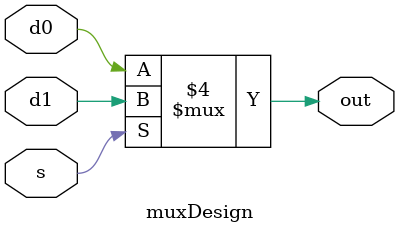
<source format=v>
module muxDesign(d0, d1, s, out);
input wire d0, d1, s;
output reg out;

always @ (d0 or d1 or s) begin
	if (s == 1'b0) begin
		out = d0;
	end else begin
		out = d1;
	end
end

endmodule

</source>
